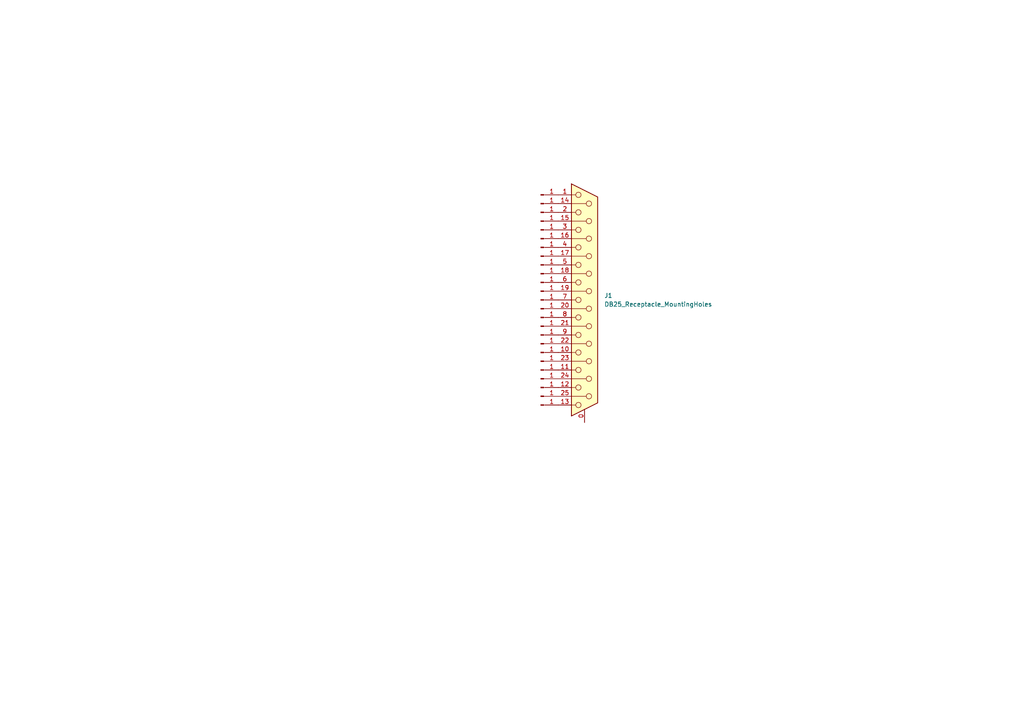
<source format=kicad_sch>
(kicad_sch (version 20230121) (generator eeschema)
  (paper "A4")
  (lib_symbols
    (symbol "Connector:Conn_01x01_Pin" (pin_names (offset 1.016) hide)
      (property "Reference" "J" (at 0 2.54 0))
      (property "Value" "Conn_01x01_Pin" (at 0 -2.54 0))
      (symbol "Conn_01x01_Pin_1_1"
        (polyline (pts (xy 1.27 0) (xy 0.8636 0)) (stroke (width 0.1524)))
        (rectangle (start 0.8636 0.127) (end 0 -0.127) (stroke (width 0.1524)) (fill (type outline)))
        (pin passive line (at 5.08 0 180) (length 3.81) (name "Pin_1") (number "1"))
      )
    )
    (symbol "Connector:DB25_Receptacle_MountingHoles" (pin_names (offset 1.016) hide)
      (property "Reference" "J" (at 0 36.83 0))
      (property "Value" "DB25_Receptacle_MountingHoles" (at 0 34.925 0))
      (symbol "DB25_Receptacle_MountingHoles_0_1"
        (circle (center -1.778 -30.48) (radius 0.762))
        (circle (center -1.778 -25.4) (radius 0.762))
        (circle (center -1.778 -20.32) (radius 0.762))
        (circle (center -1.778 -15.24) (radius 0.762))
        (circle (center -1.778 -10.16) (radius 0.762))
        (circle (center -1.778 -5.08) (radius 0.762))
        (circle (center -1.778 0) (radius 0.762))
        (circle (center -1.778 5.08) (radius 0.762))
        (circle (center -1.778 10.16) (radius 0.762))
        (circle (center -1.778 15.24) (radius 0.762))
        (circle (center -1.778 20.32) (radius 0.762))
        (circle (center -1.778 25.4) (radius 0.762))
        (circle (center -1.778 30.48) (radius 0.762))
        (polyline (pts (xy -3.81 -30.48) (xy -2.54 -30.48)))
        (polyline (pts (xy -3.81 -27.94) (xy 0.508 -27.94)))
        (polyline (pts (xy -3.81 -25.4) (xy -2.54 -25.4)))
        (polyline (pts (xy -3.81 -22.86) (xy 0.508 -22.86)))
        (polyline (pts (xy -3.81 -20.32) (xy -2.54 -20.32)))
        (polyline (pts (xy -3.81 -17.78) (xy 0.508 -17.78)))
        (polyline (pts (xy -3.81 -15.24) (xy -2.54 -15.24)))
        (polyline (pts (xy -3.81 -12.7) (xy 0.508 -12.7)))
        (polyline (pts (xy -3.81 -10.16) (xy -2.54 -10.16)))
        (polyline (pts (xy -3.81 -7.62) (xy 0.508 -7.62)))
        (polyline (pts (xy -3.81 -5.08) (xy -2.54 -5.08)))
        (polyline (pts (xy -3.81 -2.54) (xy 0.508 -2.54)))
        (polyline (pts (xy -3.81 0) (xy -2.54 0)))
        (polyline (pts (xy -3.81 2.54) (xy 0.508 2.54)))
        (polyline (pts (xy -3.81 5.08) (xy -2.54 5.08)))
        (polyline (pts (xy -3.81 7.62) (xy 0.508 7.62)))
        (polyline (pts (xy -3.81 10.16) (xy -2.54 10.16)))
        (polyline (pts (xy -3.81 12.7) (xy 0.508 12.7)))
        (polyline (pts (xy -3.81 15.24) (xy -2.54 15.24)))
        (polyline (pts (xy -3.81 17.78) (xy 0.508 17.78)))
        (polyline (pts (xy -3.81 20.32) (xy -2.54 20.32)))
        (polyline (pts (xy -3.81 22.86) (xy 0.508 22.86)))
        (polyline (pts (xy -3.81 25.4) (xy -2.54 25.4)))
        (polyline (pts (xy -3.81 27.94) (xy 0.508 27.94)))
        (polyline (pts (xy -3.81 30.48) (xy -2.54 30.48)))
        (polyline (pts (xy -3.81 33.655) (xy 3.81 29.845) (xy 3.81 -29.845) (xy -3.81 -33.655) (xy -3.81 33.655)) (stroke (width 0.254)) (fill (type background)))
        (circle (center 1.27 -27.94) (radius 0.762))
        (circle (center 1.27 -22.86) (radius 0.762))
        (circle (center 1.27 -17.78) (radius 0.762))
        (circle (center 1.27 -12.7) (radius 0.762))
        (circle (center 1.27 -7.62) (radius 0.762))
        (circle (center 1.27 -2.54) (radius 0.762))
        (circle (center 1.27 2.54) (radius 0.762))
        (circle (center 1.27 7.62) (radius 0.762))
        (circle (center 1.27 12.7) (radius 0.762))
        (circle (center 1.27 17.78) (radius 0.762))
        (circle (center 1.27 22.86) (radius 0.762))
        (circle (center 1.27 27.94) (radius 0.762))
      )
      (symbol "DB25_Receptacle_MountingHoles_1_1"
        (pin passive line (at 0 -35.56 90) (length 3.81) (name "PAD") (number "0"))
        (pin passive line (at -7.62 30.48 0) (length 3.81) (name "1") (number "1"))
        (pin passive line (at -7.62 -15.24 0) (length 3.81) (name "10") (number "10"))
        (pin passive line (at -7.62 -20.32 0) (length 3.81) (name "11") (number "11"))
        (pin passive line (at -7.62 -25.4 0) (length 3.81) (name "12") (number "12"))
        (pin passive line (at -7.62 -30.48 0) (length 3.81) (name "13") (number "13"))
        (pin passive line (at -7.62 27.94 0) (length 3.81) (name "P14") (number "14"))
        (pin passive line (at -7.62 22.86 0) (length 3.81) (name "P15") (number "15"))
        (pin passive line (at -7.62 17.78 0) (length 3.81) (name "P16") (number "16"))
        (pin passive line (at -7.62 12.7 0) (length 3.81) (name "P17") (number "17"))
        (pin passive line (at -7.62 7.62 0) (length 3.81) (name "P18") (number "18"))
        (pin passive line (at -7.62 2.54 0) (length 3.81) (name "P19") (number "19"))
        (pin passive line (at -7.62 25.4 0) (length 3.81) (name "2") (number "2"))
        (pin passive line (at -7.62 -2.54 0) (length 3.81) (name "P20") (number "20"))
        (pin passive line (at -7.62 -7.62 0) (length 3.81) (name "P21") (number "21"))
        (pin passive line (at -7.62 -12.7 0) (length 3.81) (name "P22") (number "22"))
        (pin passive line (at -7.62 -17.78 0) (length 3.81) (name "P23") (number "23"))
        (pin passive line (at -7.62 -22.86 0) (length 3.81) (name "P24") (number "24"))
        (pin passive line (at -7.62 -27.94 0) (length 3.81) (name "P25") (number "25"))
        (pin passive line (at -7.62 20.32 0) (length 3.81) (name "3") (number "3"))
        (pin passive line (at -7.62 15.24 0) (length 3.81) (name "4") (number "4"))
        (pin passive line (at -7.62 10.16 0) (length 3.81) (name "5") (number "5"))
        (pin passive line (at -7.62 5.08 0) (length 3.81) (name "6") (number "6"))
        (pin passive line (at -7.62 0 0) (length 3.81) (name "7") (number "7"))
        (pin passive line (at -7.62 -5.08 0) (length 3.81) (name "8") (number "8"))
        (pin passive line (at -7.62 -10.16 0) (length 3.81) (name "9") (number "9"))
      )
    )
  )
  (symbol (lib_id "Connector:Conn_01x01_Pin") (at 156.845 64.135 0) (unit 1)
    (property "Reference" "J5" (effects hide))
    (property "Value" "Conn_01x01_Pin" (effects hide))
    (property "Footprint" "Connector_Wire:SolderWire-0.25sqmm_1x01_D0.65mm_OD2mm_Relief" (effects hide))
  )
  (symbol (lib_id "Connector:Conn_01x01_Pin") (at 156.845 89.535 0) (unit 1)
    (property "Reference" "J15" (effects hide))
    (property "Value" "Conn_01x01_Pin" (effects hide))
    (property "Footprint" "Connector_Wire:SolderWire-0.25sqmm_1x01_D0.65mm_OD2mm_Relief" (effects hide))
  )
  (symbol (lib_id "Connector:Conn_01x01_Pin") (at 156.845 76.835 0) (unit 1)
    (property "Reference" "J10" (effects hide))
    (property "Value" "Conn_01x01_Pin" (effects hide))
    (property "Footprint" "Connector_Wire:SolderWire-0.25sqmm_1x01_D0.65mm_OD2mm_Relief" (effects hide))
  )
  (symbol (lib_id "Connector:Conn_01x01_Pin") (at 156.845 99.695 0) (unit 1)
    (property "Reference" "J19" (effects hide))
    (property "Value" "Conn_01x01_Pin" (effects hide))
    (property "Footprint" "Connector_Wire:SolderWire-0.25sqmm_1x01_D0.65mm_OD2mm_Relief" (effects hide))
  )
  (symbol (lib_id "Connector:Conn_01x01_Pin") (at 156.845 102.235 0) (unit 1)
    (property "Reference" "J20" (effects hide))
    (property "Value" "Conn_01x01_Pin" (effects hide))
    (property "Footprint" "Connector_Wire:SolderWire-0.25sqmm_1x01_D0.65mm_OD2mm_Relief" (effects hide))
  )
  (symbol (lib_id "Connector:Conn_01x01_Pin") (at 156.845 92.075 0) (unit 1)
    (property "Reference" "J16" (effects hide))
    (property "Value" "Conn_01x01_Pin" (effects hide))
    (property "Footprint" "Connector_Wire:SolderWire-0.25sqmm_1x01_D0.65mm_OD2mm_Relief" (effects hide))
  )
  (symbol (lib_id "Connector:Conn_01x01_Pin") (at 156.845 112.395 0) (unit 1)
    (property "Reference" "J24" (effects hide))
    (property "Value" "Conn_01x01_Pin" (effects hide))
    (property "Footprint" "Connector_Wire:SolderWire-0.25sqmm_1x01_D0.65mm_OD2mm_Relief" (effects hide))
  )
  (symbol (lib_id "Connector:Conn_01x01_Pin") (at 156.845 86.995 0) (unit 1)
    (property "Reference" "J14" (effects hide))
    (property "Value" "Conn_01x01_Pin" (effects hide))
    (property "Footprint" "Connector_Wire:SolderWire-0.25sqmm_1x01_D0.65mm_OD2mm_Relief" (effects hide))
  )
  (symbol (lib_id "Connector:Conn_01x01_Pin") (at 156.845 114.935 0) (unit 1)
    (property "Reference" "J25" (effects hide))
    (property "Value" "Conn_01x01_Pin" (effects hide))
    (property "Footprint" "Connector_Wire:SolderWire-0.25sqmm_1x01_D0.65mm_OD2mm_Relief" (effects hide))
  )
  (symbol (lib_id "Connector:Conn_01x01_Pin") (at 156.845 104.775 0) (unit 1)
    (property "Reference" "J21" (effects hide))
    (property "Value" "Conn_01x01_Pin" (effects hide))
    (property "Footprint" "Connector_Wire:SolderWire-0.25sqmm_1x01_D0.65mm_OD2mm_Relief" (effects hide))
  )
  (symbol (lib_id "Connector:Conn_01x01_Pin") (at 156.845 56.515 0) (unit 1)
    (property "Reference" "J2" (effects hide))
    (property "Value" "Conn_01x01_Pin" (effects hide))
    (property "Footprint" "Connector_Wire:SolderWire-0.25sqmm_1x01_D0.65mm_OD2mm_Relief" (effects hide))
  )
  (symbol (lib_id "Connector:Conn_01x01_Pin") (at 156.845 97.155 0) (unit 1)
    (property "Reference" "J18" (effects hide))
    (property "Value" "Conn_01x01_Pin" (effects hide))
    (property "Footprint" "Connector_Wire:SolderWire-0.25sqmm_1x01_D0.65mm_OD2mm_Relief" (effects hide))
  )
  (symbol (lib_id "Connector:Conn_01x01_Pin") (at 156.845 109.855 0) (unit 1)
    (property "Reference" "J23" (effects hide))
    (property "Value" "Conn_01x01_Pin" (effects hide))
    (property "Footprint" "Connector_Wire:SolderWire-0.25sqmm_1x01_D0.65mm_OD2mm_Relief" (effects hide))
  )
  (symbol (lib_id "Connector:Conn_01x01_Pin") (at 156.845 74.295 0) (unit 1)
    (property "Reference" "J9" (effects hide))
    (property "Value" "Conn_01x01_Pin" (effects hide))
    (property "Footprint" "Connector_Wire:SolderWire-0.25sqmm_1x01_D0.65mm_OD2mm_Relief" (effects hide))
  )
  (symbol (lib_id "Connector:Conn_01x01_Pin") (at 156.845 81.915 0) (unit 1)
    (property "Reference" "J12" (effects hide))
    (property "Value" "Conn_01x01_Pin" (effects hide))
    (property "Footprint" "Connector_Wire:SolderWire-0.25sqmm_1x01_D0.65mm_OD2mm_Relief" (effects hide))
  )
  (symbol (lib_id "Connector:Conn_01x01_Pin") (at 156.845 59.055 0) (unit 1)
    (property "Reference" "J3" (effects hide))
    (property "Value" "Conn_01x01_Pin" (effects hide))
    (property "Footprint" "Connector_Wire:SolderWire-0.25sqmm_1x01_D0.65mm_OD2mm_Relief" (effects hide))
  )
  (symbol (lib_id "Connector:Conn_01x01_Pin") (at 156.845 84.455 0) (unit 1)
    (property "Reference" "J13" (effects hide))
    (property "Value" "Conn_01x01_Pin" (effects hide))
    (property "Footprint" "Connector_Wire:SolderWire-0.25sqmm_1x01_D0.65mm_OD2mm_Relief" (effects hide))
  )
  (symbol (lib_id "Connector:Conn_01x01_Pin") (at 156.845 79.375 0) (unit 1)
    (property "Reference" "J11" (effects hide))
    (property "Value" "Conn_01x01_Pin" (effects hide))
    (property "Footprint" "Connector_Wire:SolderWire-0.25sqmm_1x01_D0.65mm_OD2mm_Relief" (effects hide))
  )
  (symbol (lib_id "Connector:Conn_01x01_Pin") (at 156.845 66.675 0) (unit 1)
    (property "Reference" "J6" (effects hide))
    (property "Value" "Conn_01x01_Pin" (effects hide))
    (property "Footprint" "Connector_Wire:SolderWire-0.25sqmm_1x01_D0.65mm_OD2mm_Relief" (effects hide))
  )
  (symbol (lib_id "Connector:Conn_01x01_Pin") (at 156.845 71.755 0) (unit 1)
    (property "Reference" "J8" (effects hide))
    (property "Value" "Conn_01x01_Pin" (effects hide))
    (property "Footprint" "Connector_Wire:SolderWire-0.25sqmm_1x01_D0.65mm_OD2mm_Relief" (effects hide))
  )
  (symbol (lib_id "Connector:Conn_01x01_Pin") (at 156.845 117.475 0) (unit 1)
    (property "Reference" "J26" (effects hide))
    (property "Value" "Conn_01x01_Pin" (effects hide))
    (property "Footprint" "Connector_Wire:SolderWire-0.25sqmm_1x01_D0.65mm_OD2mm_Relief" (effects hide))
  )
  (symbol (lib_id "Connector:Conn_01x01_Pin") (at 156.845 107.315 0) (unit 1)
    (property "Reference" "J22" (effects hide))
    (property "Value" "Conn_01x01_Pin" (effects hide))
    (property "Footprint" "Connector_Wire:SolderWire-0.25sqmm_1x01_D0.65mm_OD2mm_Relief" (effects hide))
  )
  (symbol (lib_id "Connector:Conn_01x01_Pin") (at 156.845 61.595 0) (unit 1)
    (property "Reference" "J4" (effects hide))
    (property "Value" "Conn_01x01_Pin" (effects hide))
    (property "Footprint" "Connector_Wire:SolderWire-0.25sqmm_1x01_D0.65mm_OD2mm_Relief" (effects hide))
  )
  (symbol (lib_id "Connector:Conn_01x01_Pin") (at 156.845 94.615 0) (unit 1)
    (property "Reference" "J17" (effects hide))
    (property "Value" "Conn_01x01_Pin" (effects hide))
    (property "Footprint" "Connector_Wire:SolderWire-0.25sqmm_1x01_D0.65mm_OD2mm_Relief" (effects hide))
  )
  (symbol (lib_id "Connector:DB25_Receptacle_MountingHoles") (at 169.545 86.995 0) (unit 1)
    (property "Reference" "J1" (at 175.26 85.725 0) (effects (justify left)))
    (property "Value" "DB25_Receptacle_MountingHoles" (at 175.26 88.265 0) (effects (justify left)))
    (property "Footprint" "Connector_Dsub:DSUB-25_Female_Vertical_P2.77x2.84mm_MountingHoles" (effects hide))
    (property "Datasheet" " ~" (effects hide))
  )
  (symbol (lib_id "Connector:Conn_01x01_Pin") (at 156.845 69.215 0) (unit 1)
    (property "Reference" "J7" (effects hide))
    (property "Value" "Conn_01x01_Pin" (effects hide))
    (property "Footprint" "Connector_Wire:SolderWire-0.25sqmm_1x01_D0.65mm_OD2mm_Relief" (effects hide))
  )
)
</source>
